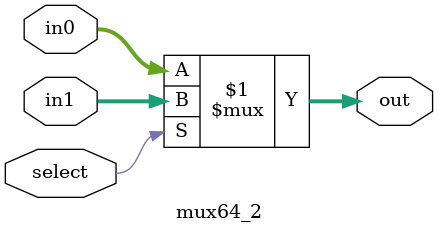
<source format=v>
module mux64_2(
    output[63:0] out,
    input select,
    input [63:0] in0,
    input [63:0] in1 
);
    assign out = select ? in1 : in0;
endmodule
</source>
